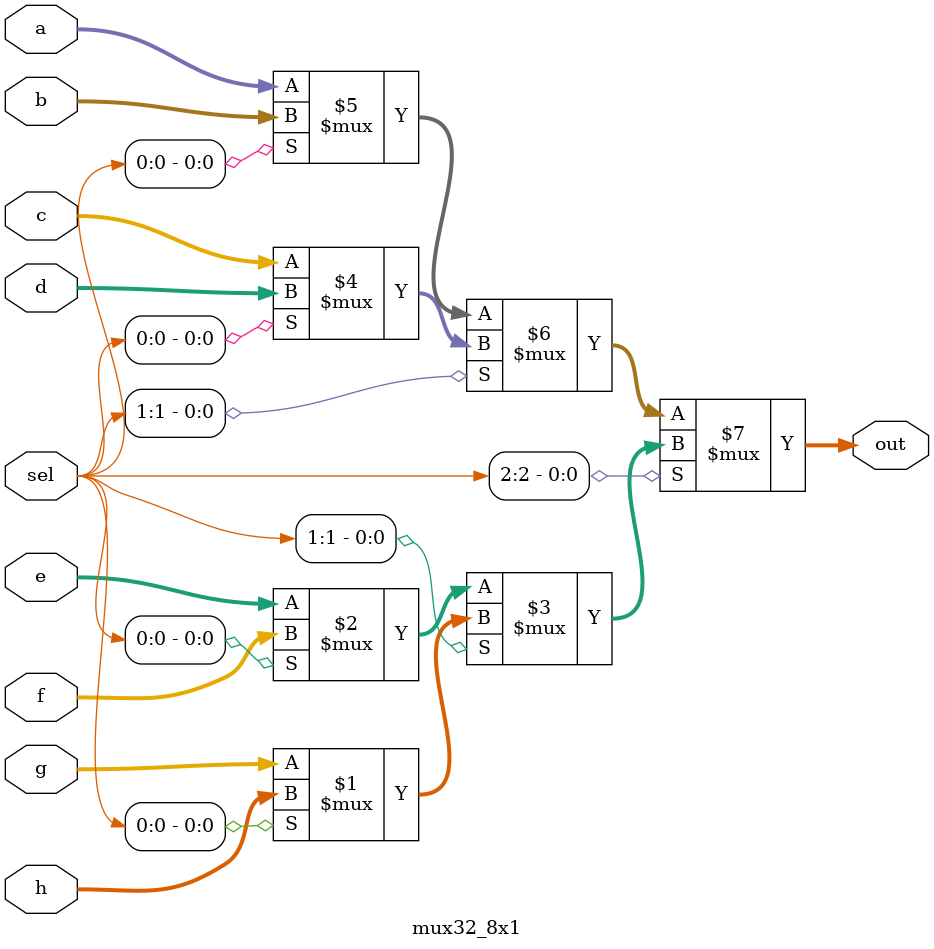
<source format=v>
module mux32_8x1 (a, b, c, d, e, f, g, h, sel, out);
	input wire [31:0]a;
	input wire [31:0]b;
	input wire [31:0]c;
	input wire [31:0]d;
	input wire [31:0]e;
	input wire [31:0]f;
	input wire [31:0]g;
	input wire [31:0]h;
	input wire [2:0]sel;
	output wire [31:0]out;
	
	assign out = (sel[2]) ? ((sel[1]) ? ((sel[0]) ? h : g) : ((sel[0]) ? f : e)) :
							((sel[1]) ? ((sel[0]) ? d : c) : ((sel[0]) ? b : a));
							
endmodule

</source>
